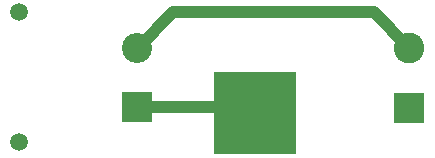
<source format=gbr>
%TF.GenerationSoftware,KiCad,Pcbnew,8.0.8*%
%TF.CreationDate,2025-05-09T18:55:12-05:00*%
%TF.ProjectId,PCB_screwSwitch,5043425f-7363-4726-9577-537769746368,rev?*%
%TF.SameCoordinates,Original*%
%TF.FileFunction,Copper,L1,Top*%
%TF.FilePolarity,Positive*%
%FSLAX46Y46*%
G04 Gerber Fmt 4.6, Leading zero omitted, Abs format (unit mm)*
G04 Created by KiCad (PCBNEW 8.0.8) date 2025-05-09 18:55:12*
%MOMM*%
%LPD*%
G01*
G04 APERTURE LIST*
%TA.AperFunction,SMDPad,CuDef*%
%ADD10R,7.000000X7.000000*%
%TD*%
%TA.AperFunction,ComponentPad*%
%ADD11C,2.550000*%
%TD*%
%TA.AperFunction,ComponentPad*%
%ADD12R,2.550000X2.550000*%
%TD*%
%TA.AperFunction,ComponentPad*%
%ADD13C,1.508000*%
%TD*%
%TA.AperFunction,ComponentPad*%
%ADD14R,2.600000X2.600000*%
%TD*%
%TA.AperFunction,ComponentPad*%
%ADD15C,2.600000*%
%TD*%
%TA.AperFunction,Conductor*%
%ADD16C,1.000000*%
%TD*%
%TA.AperFunction,Conductor*%
%ADD17C,0.200000*%
%TD*%
G04 APERTURE END LIST*
D10*
%TO.P,Back,1,1*%
%TO.N,Net-(H1-Pad1)*%
X162500000Y-85000000D03*
%TD*%
D11*
%TO.P,J1,N,N*%
%TO.N,Net-(J2-Pin_2)*%
X152500000Y-79500000D03*
D12*
%TO.P,J1,P,P*%
%TO.N,Net-(H1-Pad1)*%
X152500000Y-84500000D03*
D13*
%TO.P,J1,S1*%
%TO.N,N/C*%
X142500000Y-76500000D03*
%TO.P,J1,S2*%
X142500000Y-87500000D03*
%TD*%
D14*
%TO.P,J2,1,Pin_1*%
%TO.N,Net-(J2-Pin_1)*%
X175500000Y-84545000D03*
D15*
%TO.P,J2,2,Pin_2*%
%TO.N,Net-(J2-Pin_2)*%
X175500000Y-79465000D03*
%TD*%
D16*
%TO.N,Net-(J2-Pin_2)*%
X155500000Y-76500000D02*
X152535000Y-79465000D01*
X172535000Y-76500000D02*
X155500000Y-76500000D01*
X175500000Y-79465000D02*
X172535000Y-76500000D01*
D17*
%TO.N,Net-(H1-Pad1)*%
X161000000Y-84500000D02*
X162500000Y-83000000D01*
D16*
X152500000Y-84500000D02*
X161000000Y-84500000D01*
D17*
X159439161Y-84500000D02*
X160219581Y-85280420D01*
%TO.N,Net-(J2-Pin_2)*%
X152535000Y-79465000D02*
X152500000Y-79500000D01*
%TD*%
M02*

</source>
